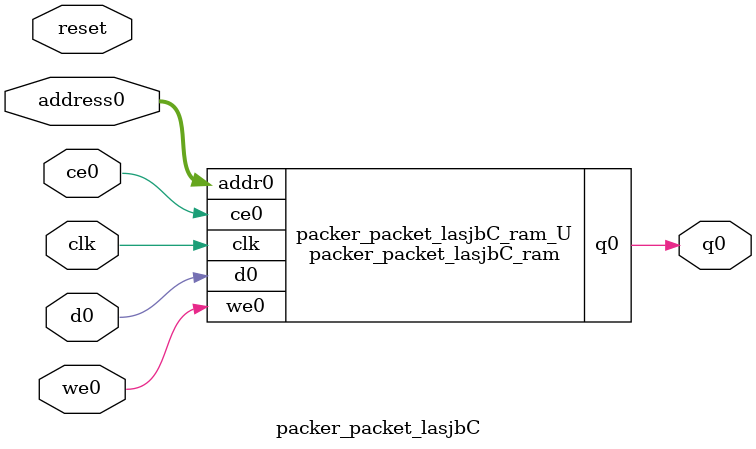
<source format=v>

`timescale 1 ns / 1 ps
module packer_packet_lasjbC_ram (addr0, ce0, d0, we0, q0,  clk);

parameter DWIDTH = 1;
parameter AWIDTH = 4;
parameter MEM_SIZE = 10;

input[AWIDTH-1:0] addr0;
input ce0;
input[DWIDTH-1:0] d0;
input we0;
output reg[DWIDTH-1:0] q0;
input clk;

(* ram_style = "distributed" *)reg [DWIDTH-1:0] ram[0:MEM_SIZE-1];




always @(posedge clk)  
begin 
    if (ce0) 
    begin
        if (we0) 
        begin 
            ram[addr0] <= d0; 
            q0 <= d0;
        end 
        else 
            q0 <= ram[addr0];
    end
end


endmodule


`timescale 1 ns / 1 ps
module packer_packet_lasjbC(
    reset,
    clk,
    address0,
    ce0,
    we0,
    d0,
    q0);

parameter DataWidth = 32'd1;
parameter AddressRange = 32'd10;
parameter AddressWidth = 32'd4;
input reset;
input clk;
input[AddressWidth - 1:0] address0;
input ce0;
input we0;
input[DataWidth - 1:0] d0;
output[DataWidth - 1:0] q0;



packer_packet_lasjbC_ram packer_packet_lasjbC_ram_U(
    .clk( clk ),
    .addr0( address0 ),
    .ce0( ce0 ),
    .d0( d0 ),
    .we0( we0 ),
    .q0( q0 ));

endmodule


</source>
